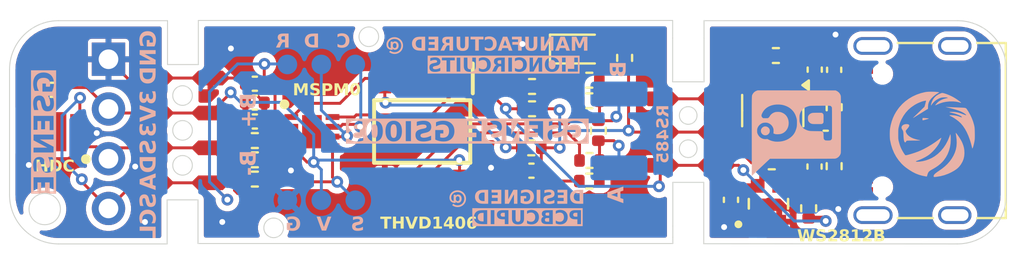
<source format=kicad_pcb>
(kicad_pcb (version 20241229) (generator "pcbnew") (generator_version "9.0")
  (layers (0 "F.Cu" signal) (2 "B.Cu" signal) (13 "F.Paste" user) (15 "B.Paste" user) (5 "F.SilkS" user "F.Silkscreen") (7 "B.SilkS" user "B.Silkscreen") (1 "F.Mask" user) (3 "B.Mask" user) (25 "Edge.Cuts" user))
  (net 0 "")
  (net 1 "GND")
  (net 2 "/SCL {slash}NSRT")
  (net 3 "/SDA")
  (net 6 "/padA")
  (net 7 "/padB")
  (net 8 "/pa27")
  (net 9 "/pa24")
  (net 10 "/SWCLK")
  (net 11 "/SWDIO")
  (net 12 "/cc1")
  (net 13 "/cc2")
  (net 15 "/led")
  (net 20 "/pasB")
  (net 21 "/pasA")
  (net 22 "/rs")
  (net 30 "+3.3V")
  (net 31 "/VBUS")
  (net 32 "Net-(U3-VOUT)")
  (net 33 "Net-(D2-A)")
  (net 34 "Net-(U3-EN)")
  (footprint "Resistor_SMD:R_0402_1005Metric" (layer "F.Cu") (at 152.32 92.79 -90)
    (property "Reference" "R6" (hide yes))
    (property "Value" "5.1k" (hide yes))
  )
  (footprint "Resistor_SMD:R_0402_1005Metric" (layer "F.Cu") (at 122.79 94.492)
    (property "Reference" "R3" (hide yes))
    (property "Value" "4.7K" (hide yes))
  )
  (footprint "Resistor_SMD:R_0402_1005Metric" (layer "F.Cu") (at 149.14 95.58)
    (property "Reference" "R16" (hide yes))
    (property "Value" "0R")
  )
  (footprint "TestPoint:TestPoint_Pad_1.0x1.0mm" (layer "F.Cu") (at 146.305 94.06)
    (property "Reference" "GND" (hide yes))
    (property "Value" "TestPoint_Pad_1.0x1.0mm" (hide yes))
  )
  (footprint "Resistor_SMD:R_0402_1005Metric" (layer "F.Cu") (at 122.79 95.476)
    (property "Reference" "R5" (hide yes))
    (property "Value" "47K" (hide yes))
  )
  (footprint "Fiducial:Fiducial_0.5mm_Mask1mm" (layer "F.Cu") (at 130.62 89.59)
    (property "Reference" "REF**" (hide yes))
    (property "Value" "Fiducial_0.5mm_Mask1mm")
  )
  (footprint "TestPoint:TestPoint_Pad_1.0x1.0mm" (layer "F.Cu") (at 117.68 94.864286)
    (property "Reference" "GND" (hide yes))
    (property "Value" "TestPoint_Pad_1.0x1.0mm" (hide yes))
  )
  (footprint "Capacitor_SMD:C_0402_1005Metric" (layer "F.Cu") (at 136.89 96.03 180)
    (property "Reference" "C7" (hide yes))
    (property "Value" "0.1uF" (hide yes))
  )
  (footprint "Resistor_SMD:R_0402_1005Metric" (layer "F.Cu") (at 152.32 95.8 -90)
    (property "Reference" "R4" (hide yes))
    (property "Value" "5.1k" (hide yes))
  )
  (footprint "LED_SMD:LED_0603_1608Metric" (layer "F.Cu") (at 139.32 89.82)
    (property "Reference" "D2" (hide yes))
    (property "Value" "LED")
  )
  (footprint "TestPoint:TestPoint_Pad_1.0x1.0mm" (layer "F.Cu") (at 120.53 91.3)
    (property "Reference" "GND" (hide yes))
    (property "Value" "TestPoint_Pad_1.0x1.0mm" (hide yes))
  )
  (footprint "Capacitor_SMD:C_0402_1005Metric" (layer "F.Cu") (at 152.32 90.88 90)
    (property "Reference" "C6" (hide yes))
    (property "Value" "0.1uF" (hide yes))
  )
  (footprint "pcp-kicad_lib:MSPM0C1104SDSGR" (layer "F.Cu") (at 125.7 94.04)
    (property "Reference" "U2" (hide yes))
    (property "Value" "MSPM0C1104SDSGR" (hide yes))
  )
  (footprint "TestPoint:TestPoint_Pad_1.0x1.0mm" (layer "F.Cu") (at 117.68 91.3)
    (property "Reference" "GND" (hide yes))
    (property "Value" "TestPoint_Pad_1.0x1.0mm" (hide yes))
  )
  (footprint "Capacitor_SMD:C_0402_1005Metric" (layer "F.Cu") (at 122.79 91.59 180)
    (property "Reference" "C4" (hide yes))
    (property "Value" "10nF" (hide yes))
  )
  (footprint "TestPoint:TestPoint_Pad_1.0x1.0mm" (layer "F.Cu") (at 146.305 92.361667)
    (property "Reference" "GND" (hide yes))
    (property "Value" "TestPoint_Pad_1.0x1.0mm" (hide yes))
  )
  (footprint "TestPoint:TestPoint_Pad_1.0x1.0mm" (layer "F.Cu") (at 143.455 95.758333)
    (property "Reference" "GND" (hide yes))
    (property "Value" "TestPoint_Pad_1.0x1.0mm" (hide yes))
  )
  (footprint "Resistor_SMD:R_0402_1005Metric" (layer "F.Cu") (at 136.92 91.73 180)
    (property "Reference" "R7" (hide yes))
    (property "Value" "4.7k" (hide yes))
  )
  (footprint "Resistor_SMD:R_0402_1005Metric" (layer "F.Cu") (at 139.84 92.46)
    (property "Reference" "R11" (hide yes))
    (property "Value" "100" (hide yes))
  )
  (footprint "Capacitor_SMD:C_0402_1005Metric" (layer "F.Cu") (at 151.32 95.82 -90)
    (property "Reference" "C8" (hide yes))
    (property "Value" "10uf")
  )
  (footprint "pcp-kicad_lib:LED_WS2812-2020" (layer "F.Cu") (at 148.97 97.72 -90)
    (property "Reference" "U1" (hide yes))
    (property "Value" "WS2812-2020")
  )
  (footprint "Resistor_SMD:R_0402_1005Metric" (layer "F.Cu") (at 139.84 91.41)
    (property "Reference" "R14" (hide yes))
    (property "Value" "4.7k" (hide yes))
  )
  (footprint "TestPoint:TestPoint_Pad_1.0x1.0mm" (layer "F.Cu") (at 120.53 93.085714)
    (property "Reference" "GND" (hide yes))
    (property "Value" "TestPoint_Pad_1.0x1.0mm" (hide yes))
  )
  (footprint "Capacitor_SMD:C_0402_1005Metric" (layer "F.Cu") (at 151.89 94.35)
    (property "Reference" "C9" (hide yes))
    (property "Value" "10uf")
  )
  (footprint "Capacitor_SMD:C_0402_1005Metric" (layer "F.Cu") (at 147.06 97.52 -90)
    (property "Reference" "C2" (hide yes))
    (property "Value" "0.1uF" (hide yes))
  )
  (footprint "Resistor_SMD:R_0402_1005Metric" (layer "F.Cu") (at 139.85 95.51)
    (property "Reference" "R10" (hide yes))
    (property "Value" "100" (hide yes))
  )
  (footprint "Resistor_SMD:R_0402_1005Metric" (layer "F.Cu") (at 140.3 93.99 -90)
    (property "Reference" "R13" (hide yes))
    (property "Value" "120E" (hide yes))
  )
  (footprint "Resistor_SMD:R_0402_1005Metric" (layer "F.Cu") (at 122.79 96.46)
    (property "Reference" "R2" (hide yes))
    (property "Value" "4.7K" (hide yes))
  )
  (footprint "Package_TO_SOT_SMD:SOT-23-5" (layer "F.Cu") (at 149.19 92.9625 -90)
    (property "Reference" "U3" (hide yes))
    (property "Value" "AP2112K-3.3v")
  )
  (footprint "TestPoint:TestPoint_Pad_1.0x1.0mm" (layer "F.Cu") (at 143.455 94.06)
    (property "Reference" "GND" (hide yes))
    (property "Value" "TestPoint_Pad_1.0x1.0mm" (hide yes))
  )
  (footprint "TestPoint:TestPoint_Pad_1.0x1.0mm" (layer "F.Cu") (at 146.305 95.758333)
    (property "Reference" "GND" (hide yes))
    (property "Value" "TestPoint_Pad_1.0x1.0mm" (hide yes))
  )
  (footprint "Resistor_SMD:R_0402_1005Metric" (layer "F.Cu") (at 149.35 90.15 180)
    (property "Reference" "R15" (hide yes))
    (property "Value" "100K")
  )
  (footprint "Capacitor_SMD:C_0402_1005Metric" (layer "F.Cu") (at 122.79 92.554)
    (property "Reference" "C5" (hide yes))
    (property "Value" "10uF" (hide yes))
  )
  (footprint "Capacitor_SMD:C_0402_1005Metric" (layer "F.Cu") (at 112.49 91.9 180)
    (property "Reference" "C1" (hide yes))
    (property "Value" "0.1uF" (hide yes))
  )
  (footprint "TestPoint:TestPoint_Pad_1.0x1.0mm" (layer "F.Cu") (at 117.68 93.085714)
    (property "Reference" "GND" (hide yes))
    (property "Value" "TestPoint_Pad_1.0x1.0mm" (hide yes))
  )
  (footprint "Capacitor_SMD:C_0402_1005Metric" (layer "F.Cu") (at 151.33 90.87 90)
    (property "Reference" "C10" (hide yes))
    (property "Value" "10uf")
  )
  (footprint "pcp-kicad_lib:THVD1426DR" (layer "F.Cu") (at 131.32 94.03 -90)
    (property "Reference" "IC2" (hide yes))
    (property "Value" "THVD1426DR" (hide yes))
  )
  (footprint "Capacitor_SMD:C_0402_1005Metric" (layer "F.Cu") (at 122.79 93.518)
    (property "Reference" "C3" (hide yes))
    (property "Value" "0.1uF" (hide yes))
  )
  (footprint "" (layer "F.Cu") (at 140.21 98.08)
    (property "Reference" "")
    (property "Value" "")
  )
  (footprint "TestPoint:TestPoint_Pad_1.0x1.0mm" (layer "F.Cu") (at 120.53 96.65)
    (property "Reference" "GND" (hide yes))
    (property "Value" "TestPoint_Pad_1.0x1.0mm" (hide yes))
  )
  (footprint "Resistor_SMD:R_0402_1005Metric" (layer "F.Cu") (at 151.02 97.95 90)
    (property "Reference" "R1" (hide yes))
    (property "Value" "220R" (hide yes))
  )
  (footprint "TestPoint:TestPoint_Pad_1.0x1.0mm" (layer "F.Cu") (at 143.455 92.361667)
    (property "Reference" "GND" (hide yes))
    (property "Value" "TestPoint_Pad_1.0x1.0mm" (hide yes))
  )
  (footprint "Resistor_SMD:R_0402_1005Metric" (layer "F.Cu") (at 139.84 96.56 180)
    (property "Reference" "R12" (hide yes))
    (property "Value" "4.7k" (hide yes))
  )
  (footprint "Connector_USB:USB_C_Receptacle_Palconn_UTC16-G" (layer "F.Cu") (at 156.23 93.98 90)
    (property "Reference" "J7" (hide yes))
    (property "Value" "USB_C_Receptacle_USB2.0_16P" (hide yes))
  )
  (footprint "pcp-kicad_lib:HDC3020DEFR" (layer "F.Cu") (at 112.53 94.04 180)
    (property "Reference" "IC1" (hide yes))
    (property "Value" "HDC3020DEFR" (hide yes))
  )
  (footprint "Resistor_SMD:R_0402_1005Metric" (layer "F.Cu") (at 136.92 92.87 180)
    (property "Reference" "R9" (hide yes))
    (property "Value" "4.7k" (hide yes))
  )
  (footprint "TestPoint:TestPoint_Pad_1.0x1.0mm" (layer "F.Cu") (at 117.68 96.65)
    (property "Reference" "GND" (hide yes))
    (property "Value" "TestPoint_Pad_1.0x1.0mm" (hide yes))
  )
  (footprint "Resistor_SMD:R_0402_1005Metric" (layer "F.Cu") (at 136.88 94.863333)
    (property "Reference" "R8" (hide yes))
    (property "Value" "4.7k" (hide yes))
  )
  (footprint "Resistor_SMD:R_0402_1005Metric" (layer "F.Cu") (at 141.64 90.27 -90)
    (property "Reference" "R17" (hide yes))
    (property "Value" "4.7k")
  )
  (footprint "TestPoint:TestPoint_Pad_1.0x1.0mm" (layer "F.Cu") (at 120.53 94.864286)
    (property "Reference" "GND" (hide yes))
    (property "Value" "TestPoint_Pad_1.0x1.0mm" (hide yes))
  )
  (footprint "Hardware_Hackathon_1.0:Lion_circuits_Logo" (layer "B.Cu") (at 157.33 94.16 180)
    (property "Reference" "Lion_circuits-1" (hide yes))
    (property "Value" "LOGO" (hide yes))
  )
  (footprint "TestPoint:TestPoint_Pad_D1.0mm" (layer "B.Cu") (at 127.91102 97.54 180)
    (property "Reference" "J6" (hide yes))
    (property "Value" "0950-0-15-20-64-14-11-0")
  )
  (footprint "TestPoint:TestPoint_Pad_D1.0mm" (layer "B.Cu") (at 126.18 97.54 180)
    (property "Reference" "J1" (hide yes))
    (property "Value" "0950-0-15-20-64-14-11-0")
  )
  (footprint "Connector_PinHeader_2.54mm:PinHeader_1x04_P2.54mm_Vertical" (layer "B.Cu") (at 115.33 90.34 180)
    (property "Reference" "J9" (hide yes))
    (property "Value" "Conn_01x04" (hide yes))
  )
  (footprint "Hardware_Hackathon_1.0:PCB_CUBID" (layer "B.Cu") (at 150.205394 94.148764 180)
    (property "Reference" "PCB_CUBID-1" (hide yes))
    (property "Value" "LOGO" (hide yes))
  )
  (footprint "conn_1_2:conn_1_2" (layer "B.Cu") (at 141.32 93.9755 180)
    (property "Reference" "J8" (hide yes))
    (property "Value" "Conn_01x02_Pin" (hide yes))
  )
  (footprint "TestPoint:TestPoint_Pad_D1.0mm" (layer "B.Cu") (at 127.91102 90.6058 180)
    (property "Reference" "J5" (hide yes))
    (property "Value" "0950-0-15-20-64-14-11-0")
  )
  (footprint "TestPoint:TestPoint_Pad_D1.0mm" (layer "B.Cu") (at 126.18 90.6058 180)
    (property "Reference" "J3" (hide yes))
    (property "Value" "0950-0-15-20-64-14-11-0")
  )
  (footprint "TestPoint:TestPoint_Pad_D1.0mm" (layer "B.Cu") (at 124.44898 97.54 180)
    (property "Reference" "J4" (hide yes))
    (property "Value" "0950-0-15-20-64-14-11-0")
  )
  (footprint "TestPoint:TestPoint_Pad_D1.0mm" (layer "B.Cu") (at 124.44898 90.6058 180)
    (property "Reference" "J2" (hide yes))
    (property "Value" "0950-0-15-20-64-14-11-0")
  )
  (gr_circle (center 119.105 93.971429) (end 119.605 93.971429) (stroke (width 0.05)) (fill no) (layer "Edge.Cuts"))
  (gr_arc (start 158.6034 88.37) (mid 160.371239 89.102249) (end 161.1035 90.8701) (stroke (width 0.05)) (layer "Edge.Cuts"))
  (gr_line (start 144.095 98.8575) (end 144.095 99.429167) (stroke (width 0.05)) (layer "Edge.Cuts"))
  (gr_line (start 144.095 96.6275) (end 145.6725 96.6275) (stroke (width 0.05)) (layer "Edge.Cuts"))
  (gr_line (start 119.8925 99.75) (end 119.8925 97.52) (stroke (width 0.05)) (layer "Edge.Cuts"))
  (gr_line (start 110.2865 97.27) (end 110.2865 90.87) (stroke (width 0.05)) (layer "Edge.Cuts"))
  (gr_circle (center 128.6 89.19) (end 129.1 89.19) (stroke (width 0.05)) (fill no) (layer "Edge.Cuts"))
  (gr_line (start 144.095 98.8575) (end 144.095 96.6275) (stroke (width 0.05)) (layer "Edge.Cuts"))
  (gr_circle (center 119.105 95.757143) (end 119.605 95.757143) (stroke (width 0.05)) (fill no) (layer "Edge.Cuts"))
  (gr_arc (start 161.1035 97.27) (mid 160.371273 99.03779) (end 158.601567 99.769999) (stroke (width 0.05)) (layer "Edge.Cuts"))
  (gr_line (start 145.6875 89.2625) (end 145.6875 88.37) (stroke (width 0.05)) (layer "Edge.Cuts"))
  (gr_line (start 145.6875 89.2625) (end 145.6875 91.4925) (stroke (width 0.05)) (layer "Edge.Cuts"))
  (gr_circle (center 144.88 93.210833) (end 145.33 93.210833) (stroke (width 0.05)) (fill no) (layer "Edge.Cuts"))
  (gr_line (start 158.6034 88.37) (end 145.6875 88.37) (stroke (width 0.05)) (layer "Edge.Cuts"))
  (gr_line (start 161.1035 90.8701) (end 161.1035 97.27) (stroke (width 0.05)) (layer "Edge.Cuts"))
  (gr_circle (center 119.105 92.192857) (end 119.605 92.192857) (stroke (width 0.05)) (fill no) (layer "Edge.Cuts"))
  (gr_line (start 118.34 88.37) (end 118.34 90.61) (stroke (width 0.05)) (layer "Edge.Cuts"))
  (gr_circle (center 144.88 94.909167) (end 145.33 94.909167) (stroke (width 0.05)) (fill no) (layer "Edge.Cuts"))
  (gr_circle (center 123.748885 98.950341) (end 124.248885 98.950341) (stroke (width 0.05)) (fill no) (layer "Edge.Cuts"))
  (gr_line (start 119.8925 97.52) (end 118.32 97.52) (stroke (width 0.05)) (layer "Edge.Cuts"))
  (gr_line (start 145.6875 91.4925) (end 144.0875 91.4925) (stroke (width 0.05)) (layer "Edge.Cuts"))
  (gr_circle (center 112.08 97.99) (end 112.88 97.99) (stroke (width 0.05)) (fill no) (layer "Edge.Cuts"))
  (gr_line (start 112.7865 88.37) (end 118.34 88.37) (stroke (width 0.05)) (layer "Edge.Cuts"))
  (gr_line (start 144.0875 88.36) (end 119.91 88.36) (stroke (width 0.05)) (layer "Edge.Cuts"))
  (gr_line (start 144.095 99.429167) (end 144.095 99.75) (stroke (width 0.05)) (layer "Edge.Cuts"))
  (gr_line (start 119.91 90.61) (end 118.34 90.61) (stroke (width 0.05)) (layer "Edge.Cuts"))
  (gr_line (start 119.8925 99.75) (end 144.095 99.75) (stroke (width 0.05)) (layer "Edge.Cuts"))
  (gr_line (start 145.6725 99.76) (end 158.601567 99.769999) (stroke (width 0.05)) (layer "Edge.Cuts"))
  (gr_line (start 145.6725 99.76) (end 145.6725 96.6275) (stroke (width 0.05)) (layer "Edge.Cuts"))
  (gr_line (start 144.0875 89.2625) (end 144.0875 91.4925) (stroke (width 0.05)) (layer "Edge.Cuts"))
  (gr_line (start 118.32 99.77) (end 118.32 97.52) (stroke (width 0.05)) (layer "Edge.Cuts"))
  (gr_line (start 119.91 90.61) (end 119.91 88.36) (stroke (width 0.05)) (layer "Edge.Cuts"))
  (gr_arc (start 112.7865 99.77) (mid 111.018734 99.037766) (end 110.2865 97.27) (stroke (width 0.05)) (layer "Edge.Cuts"))
  (gr_line (start 112.7865 99.77) (end 118.32 99.77) (stroke (width 0.05)) (layer "Edge.Cuts"))
  (gr_line (start 144.0875 89.2625) (end 144.0875 88.36) (stroke (width 0.05)) (layer "Edge.Cuts"))
  (gr_arc (start 110.2865 90.87) (mid 111.018733 89.102232) (end 112.7865 88.37) (stroke (width 0.05)) (layer "Edge.Cuts"))
  (gr_text "THVD1406" (at 129.18 99.09 0) (layer "F.SilkS") (effects (font (size 0.6 0.6) (thickness 0.12) (bold yes)) (justify left bottom)))
  (gr_text "HDC" (at 111.59 96.18 0) (layer "F.SilkS") (effects (font (size 0.6 0.6) (thickness 0.12) (bold yes)) (justify left bottom)))
  (gr_text "MSPM0" (at 124.72 92.28 0) (layer "F.SilkS") (effects (font (size 0.6 0.6) (thickness 0.12) (bold yes)) (justify left bottom)))
  (gr_text "WS2812B" (at 150.43 99.74 0) (layer "F.SilkS") (effects (font (size 0.6 0.6) (thickness 0.12) (bold yes)) (justify left bottom)))
  (gr_text "LIONCIRCUITS" (at 135.48 91.09 0) (layer "B.SilkS" knockout) (effects (font (size 0.7 0.7) (thickness 0.175) (bold yes)) (justify bottom mirror)))
  (gr_text "S" (at 128.38 99.21 0) (layer "B.SilkS") (effects (font (size 0.7 0.7) (thickness 0.175) (bold yes)) (justify left bottom mirror)))
  (gr_text "RS485" (at 143.97 92.66 90) (layer "B.SilkS") (effects (font (size 0.6 0.6) (thickness 0.12) (bold yes)) (justify left bottom mirror)))
  (gr_text "SDA" (at 117.87 94.425431 90) (layer "B.SilkS") (effects (font (size 0.8 0.8) (thickness 0.2) (bold yes)) (justify left bottom mirror)))
  (gr_text "B" (at 141.83 90.43 90) (layer "B.SilkS") (effects (font (size 0.8 0.8) (thickness 0.16) (bold yes)) (justify left bottom mirror)))
  (gr_text "G" (at 125.15 99.21 0) (layer "B.SilkS") (effects (font (size 0.7 0.7) (thickness 0.175) (bold yes)) (justify left bottom mirror)))
  (gr_text "A" (at 141.71 96.83 90) (layer "B.SilkS") (effects (font (size 0.8 0.8) (thickness 0.16) (bold yes)) (justify left bottom mirror)))
  (gr_text "DESIGNED @" (at 136.13 97.84 0) (layer "B.SilkS") (effects (font (size 0.7 0.7) (thickness 0.175) (bold yes)) (justify bottom mirror)))
  (gr_text "MANUFACTURED @" (at 134.63 90.02 0) (layer "B.SilkS") (effects (font (size 0.7 0.7) (thickness 0.175) (bold yes)) (justify bottom mirror)))
  (gr_text "GSENSE" (at 112.7 94.07 90) (layer "B.SilkS" knockout) (effects (font (size 1 1) (thickness 0.2) (bold yes)) (justify bottom mirror)))
  (gr_text "V" (at 126.692509 99.21 0) (layer "B.SilkS") (effects (font (size 0.7 0.7) (thickness 0.175) (bold yes)) (justify left bottom mirror)))
  (gr_text "3V3" (at 117.87 91.899544 90) (layer "B.SilkS") (effects (font (size 0.8 0.8) (thickness 0.2) (bold yes)) (justify left bottom mirror)))
  (gr_text "B-" (at 122.97 94.98 90) (layer "B.SilkS") (effects (font (size 0.8 0.8) (thickness 0.2) (bold yes)) (justify left bottom mirror)))
  (gr_text "GSENSE GSI003" (at 133.6 94.689959 0) (layer "B.SilkS" knockout) (effects (font (size 1 1) (thickness 0.2) (bold yes)) (justify bottom mirror)))
  (gr_text "C" (at 127.66 89.86 0) (layer "B.SilkS") (effects (font (size 0.7 0.7) (thickness 0.175) (bold yes)) (justify left bottom mirror)))
  (gr_text "SCL" (at 117.87 97.16 90) (layer "B.SilkS") (effects (font (size 0.8 0.8) (thickness 0.2) (bold yes)) (justify left bottom mirror)))
  (gr_text "B+" (at 122.97 92.06 90) (layer "B.SilkS") (effects (font (size 0.8 0.8) (thickness 0.2) (bold yes)) (justify left bottom mirror)))
  (gr_text "PCBCUPID" (at 136.707564 98.88 0) (layer "B.SilkS" knockout) (effects (font (size 0.7 0.7) (thickness 0.175) (bold yes)) (justify bottom mirror)))
  (gr_text "D" (at 126.100593 89.86 0) (layer "B.SilkS") (effects (font (size 0.7 0.7) (thickness 0.175) (bold yes)) (justify left bottom mirror)))
  (gr_text "GND" (at 117.87 88.85 90) (layer "B.SilkS") (effects (font (size 0.8 0.8) (thickness 0.2) (bold yes)) (justify left bottom mirror)))
  (gr_text "R" (at 124.6 89.86 0) (layer "B.SilkS") (effects (font (size 0.7 0.7) (thickness 0.175) (bold yes)) (justify left bottom mirror)))
  (segment (start 116.365714 91.375714) (end 115.33 90.34) (width 0.15) (layer "F.Cu") (net 1))
  (segment (start 123.27 92.55) (end 122.31 91.59) (width 0.15) (layer "F.Cu") (net 1))
  (segment (start 114.53 94.31) (end 113.78 94.31) (width 0.15) (layer "F.Cu") (net 1))
  (segment (start 114.73 94.11) (end 114.53 94.31) (width 0.15) (layer "F.Cu") (net 1))
  (segment (start 124.6967 94.29) (end 124.24 94.29) (width 0.15) (layer "F.Cu") (net 1))
  (segment (start 146.305 92.361667) (end 143.455 92.361667) (width 0.15) (layer "F.Cu") (net 1))
  (segment (start 124.24 94.29) (end 124.03 94.5) (width 0.15) (layer "F.Cu") (net 1))
  (segment (start 111.28 94.81) (end 111.28 94.31) (width 0.3) (layer "F.Cu") (net 1))
  (segment (start 152.7 90.78) (end 152.32 90.4) (width 0.254) (layer "F.Cu") (net 1))
  (segment (start 153.72 90.78) (end 152.7 90.78) (width 0.254) (layer "F.Cu") (net 1))
  (segment (start 117.68 91.375714) (end 116.365714 91.375714) (width 0.15) (layer "F.Cu") (net 1))
  (segment (start 124.03 95.42) (end 124.63 96.02) (width 0.15) (layer "F.Cu") (net 1))
  (segment (start 117.68 91.3) (end 120.53 91.3) (width 0.15) (layer "F.Cu") (net 1))
  (segment (start 111.27 95.74) (end 111.27 94.82) (width 0.3) (layer "F.Cu") (net 1))
  (segment (start 124.03 94.5) (end 124.03 95.42) (width 0.15) (layer "F.Cu") (net 1))
  (segment (start 120.53 91.3) (end 122.02 91.3) (width 0.15) (layer "F.Cu") (net 1))
  (segment (start 123.27 93.518) (end 123.27 92.554) (width 0.15) (layer "F.Cu") (net 1))
  (segment (start 111.27 94.82) (end 111.28 94.81) (width 0.3) (layer "F.Cu") (net 1))
  (segment (start 122.02 91.3) (end 122.31 91.59) (width 0.15) (layer "F.Cu") (net 1))
  (via (at 136.43 89.56) (size 0.6) (drill 0.3) (layers "F.Cu" "B.Cu") (net 1))
  (via (at 111.27 95.74) (size 0.6) (drill 0.3) (layers "F.Cu" "B.Cu") (net 1))
  (via (at 121.13 98.65) (size 0.6) (drill 0.3) (layers "F.Cu" "B.Cu") (net 1))
  (via (at 152.39 89.08) (size 0.6) (drill 0.3) (layers "F.Cu" "B.Cu") (net 1))
  (via (at 114.73 94.11) (size 0.6) (drill 0.3) (layers "F.Cu" "B.Cu") (net 1))
  (via (at 116.69 95.82) (size 0.6) (drill 0.3) (layers "F.Cu" "B.Cu") (net 1))
  (via (at 146.71 98.91) (size 0.6) (drill 0.3) (layers "F.Cu" "B.Cu") (net 1))
  (via (at 117.19 98.65) (size 0.6) (drill 0.3) (layers "F.Cu" "B.Cu") (net 1))
  (via (at 124.63 96.02) (size 0.6) (drill 0.3) (layers "F.Cu" "B.Cu") (net 1))
  (via (at 152.53 97.99) (size 0.6) (drill 0.3) (layers "F.Cu" "B.Cu") (net 1))
  (via (at 121.57 89.79) (size 0.6) (drill 0.3) (layers "F.Cu" "B.Cu") (net 1))
  (via (at 134.83 95.88) (size 0.6) (drill 0.3) (layers "F.Cu" "B.Cu") (net 1))
  (segment (start 123.27 90.59) (end 123.28 90.58) (width 0.15) (layer "F.Cu") (net 2))
  (segment (start 124.6967 93.79) (end 124.002 93.79) (width 0.15) (layer "F.Cu") (net 2))
  (segment (start 113.87 92.32) (end 113.88 92.31) (width 0.15) (layer "F.Cu") (net 2))
  (segment (start 120.53 96.65) (end 121.39 97.51) (width 0.15) (layer "F.Cu") (net 2))
  (segment (start 116.564286 96.725714) (end 115.33 97.96) (width 0.15) (layer "F.Cu") (net 2))
  (segment (start 124.6967 93.79) (end 124.1711 93.79) (width 0.15) (layer "F.Cu") (net 2))
  (segment (start 120.53 96.65) (end 117.68 96.65) (width 0.15) (layer "F.Cu") (net 2))
  (segment (start 123.3 95.476) (end 123.3 94.492) (width 0.15) (layer "F.Cu") (net 2))
  (segment (start 113.97 96.47) (end 113.97 96.6) (width 0.15) (layer "F.Cu") (net 2))
  (segment (start 124.002 93.79) (end 123.3 94.492) (width 0.15) (layer "F.Cu") (net 2))
  (segment (start 117.68 96.725714) (end 116.564286 96.725714) (width 0.15) (layer "F.Cu") (net 2))
  (segment (start 124.1711 93.79) (end 123.82 93.4389) (width 0.15) (layer "F.Cu") (net 2))
  (segment (start 123.27 91.59) (end 123.27 90.59) (width 0.15) (layer "F.Cu") (net 2))
  (segment (start 123.27 91.59) (end 123.82 92.14) (width 0.15) (layer "F.Cu") (net 2))
  (segment (start 123.82 92.14) (end 123.82 93.4389) (width 0.15) (layer "F.Cu") (net 2))
  (segment (start 113.87 93.22) (end 113.87 92.32) (width 0.15) (layer "F.Cu") (net 2))
  (segment (start 113.97 96.6) (end 115.33 97.96) (width 0.15) (layer "F.Cu") (net 2))
  (via (at 113.97 96.47) (size 0.6) (drill 0.3) (layers "F.Cu" "B.Cu") (net 2))
  (via (at 121.39 97.51) (size 0.6) (drill 0.3) (layers "F.Cu" "B.Cu") (net 2))
  (via (at 113.88 92.31) (size 0.6) (drill 0.3) (layers "F.Cu" "B.Cu") (net 2))
  (via (at 123.28 90.58) (size 0.6) (drill 0.3) (layers "F.Cu" "B.Cu") (net 2))
  (segment (start 112.96 95.51) (end 112.96 93.23) (width 0.15) (layer "B.Cu") (net 2))
  (segment (start 121.91 90.58) (end 120.48 92.01) (width 0.15) (layer "B.Cu") (net 2))
  (segment (start 120.48 92.01) (end 120.48 96.6) (width 0.15) (layer "B.Cu") (net 2))
  (segment (start 112.96 93.23) (end 113.88 92.31) (width 0.15) (layer "B.Cu") (net 2))
  (segment (start 113.94 96.47) (end 112.98 95.51) (width 0.15) (layer "B.Cu") (net 2))
  (segment (start 123.28 90.58) (end 124.42318 90.58) (width 0.15) (layer "B.Cu") (net 2))
  (segment (start 112.98 95.51) (end 112.96 95.51) (width 0.15) (layer "B.Cu") (net 2))
  (segment (start 123.28 90.58) (end 121.91 90.58) (width 0.15) (layer "B.Cu") (net 2))
  (segment (start 120.48 96.6) (end 121.39 97.51) (width 0.15) (layer "B.Cu") (net 2))
  (segment (start 113.97 96.47) (end 113.94 96.47) (width 0.15) (layer "B.Cu") (net 2))
  (segment (start 114.72 94.81) (end 113.78 94.81) (width 0.15) (layer "F.Cu") (net 3))
  (segment (start 123.3 96.76) (end 122.87 97.19) (width 0.15) (layer "F.Cu") (net 3))
  (segment (start 126.75 96.36) (end 126.99 96.6) (width 0.15) (layer "F.Cu") (net 3))
  (segment (start 126.75 94.79) (end 126.75 96.36) (width 0.15) (layer "F.Cu") (net 3))
  (segment (start 122.87 97.19) (end 121.91 97.19) (width 0.15) (layer "F.Cu") (net 3))
  (segment (start 120.53 94.864286) (end 117.68 94.864286) (width 0.15) (layer "F.Cu") (net 3))
  (segment (start 121.91 97.19) (end 121.756 97.036) (width 0.15) (layer "F.Cu") (net 3))
  (segment (start 123.44 96.6) (end 126.99 96.6) (width 0.15) (layer "F.Cu") (net 3))
  (segment (start 117.68 94.864286) (end 115.885714 94.864286) (width 0.15) (layer "F.Cu") (net 3))
  (segment (start 121.756 96.090286) (end 120.53 94.864286) (width 0.15) (layer "F.Cu") (net 3))
  (segment (start 123.3 96.46) (end 123.3 96.76) (width 0.15) (layer "F.Cu") (net 3))
  (segment (start 115.885714 94.864286) (end 115.33 95.42) (width 0.15) (layer "F.Cu") (net 3))
  (segment (start 121.756 97.036) (end 121.756 96.090286) (width 0.15) (layer "F.Cu") (net 3))
  (segment (start 115.33 95.42) (end 114.72 94.81) (width 0.15) (layer "F.Cu") (net 3))
  (via (at 126.99 96.6) (size 0.6) (drill 0.3) (layers "F.Cu" "B.Cu") (net 3))
  (segment (start 126.99 96.61898) (end 126.99 96.6) (width 0.15) (layer "B.Cu") (net 3))
  (segment (start 127.91102 97.54) (end 126.99 96.61898) (width 0.15) (layer "B.Cu") (net 3))
  (segment (start 139.34 95.51) (end 139.34 94.69) (width 0.15) (layer "F.Cu") (net 6))
  (segment (start 131.955 96.001123) (end 131.955 96.741) (width 0.15) (layer "F.Cu") (net 6))
  (segment (start 133.856123 94.1) (end 131.955 96.001123) (width 0.15) (layer "F.Cu") (net 6))
  (segment (start 138.75 94.1) (end 133.856123 94.1) (width 0.15) (layer "F.Cu") (net 6))
  (segment (start 139.34 94.69) (end 138.75 94.1) (width 0.15) (layer "F.Cu") (net 6))
  (segment (start 139.33 92.46) (end 139.33 93.05) (width 0.15) (layer "F.Cu") (net 7))
  (segment (start 138.74 93.64) (end 133.347 93.64) (width 0.15) (layer "F.Cu") (net 7))
  (segment (start 139.33 93.05) (end 138.74 93.64) (width 0.15) (layer "F.Cu") (net 7))
  (segment (start 133.347 93.64) (end 130.685 96.302) (width 0.15) (layer "F.Cu") (net 7))
  (segment (start 136.37 94.863333) (end 135.603333 94.863333) (width 0.15) (layer "F.Cu") (net 8))
  (segment (start 128.401 91.319) (end 129.415 91.319) (width 0.15) (layer "F.Cu") (net 8))
  (segment (start 129.415 91.319) (end 129.415 92.522674) (width 0.15) (layer "F.Cu") (net 8))
  (segment (start 129.415 92.522674) (end 129.45 92.557674) (width 0.15) (layer "F.Cu") (net 8))
  (segment (start 124.6967 93.289999) (end 125.396699 92.59) (width 0.15) (layer "F.Cu") (net 8))
  (segment (start 127.13 92.59) (end 128.401 91.319) (width 0.15) (layer "F.Cu") (net 8))
  (segment (start 135.603333 94.863333) (end 135.58 94.84) (width 0.15) (layer "F.Cu") (net 8))
  (segment (start 125.396699 92.59) (end 127.13 92.59) (width 0.15) (layer "F.Cu") (net 8))
  (via (at 135.58 94.84) (size 0.6) (drill 0.3) (layers "F.Cu" "B.Cu") (net 8))
  (via (at 129.45 92.557674) (size 0.6) (drill 0.3) (layers "F.Cu" "B.Cu") (net 8))
  (segment (start 133.42 92.68) (end 129.572326 92.68) (width 0.15) (layer "B.Cu") (net 8))
  (segment (start 135.58 94.84) (end 133.42 92.68) (width 0.15) (layer "B.Cu") (net 8))
  (segment (start 129.572326 92.68) (end 129.45 92.557674) (width 0.15) (layer "B.Cu") (net 8))
  (segment (start 147.448333 95.758333) (end 147.69 96) (width 0.15) (layer "F.Cu") (net 9))
  (segment (start 146.305 95.758333) (end 147.448333 95.758333) (width 0.15) (layer "F.Cu") (net 9))
  (segment (start 131.800326 93.182674) (end 133.225 91.758) (width 0.15) (layer "F.Cu") (net 9))
  (segment (start 127.859498 93.289999) (end 127.966823 93.182674) (width 0.15) (layer "F.Cu") (net 9))
  (segment (start 126.7033 93.289999) (end 127.859498 93.289999) (width 0.15) (layer "F.Cu") (net 9))
  (segment (start 127.966823 93.182674) (end 131.800326 93.182674) (width 0.15) (layer "F.Cu") (net 9))
  (segment (start 151.75 98.46) (end 151.89 98.6) (width 0.254) (layer "F.Cu") (net 9))
  (segment (start 135.58 92.86) (end 134.039 91.319) (width 0.15) (layer "F.Cu") (net 9))
  (segment (start 143.455 95.758333) (end 143.455 96.765) (width 0.15) (layer "F.Cu") (net 9))
  (segment (start 143.455 96.765) (end 143.39 96.83) (width 0.15) (layer "F.Cu") (net 9))
  (segment (start 151.02 98.46) (end 151.75 98.46) (width 0.254) (layer "F.Cu") (net 9))
  (segment (start 136.41 92.87) (end 135.59 92.87) (width 0.15) (layer "F.Cu") (net 9))
  (segment (start 135.59 92.87) (end 135.58 92.86) (width 0.15) (layer "F.Cu") (net 9))
  (segment (start 134.039 91.319) (end 133.225 91.319) (width 0.15) (layer "F.Cu") (net 9))
  (segment (start 146.305 95.758333) (end 143.455 95.758333) (width 0.15) (layer "F.Cu") (net 9))
  (via (at 135.58 92.86) (size 0.6) (drill 0.3) (layers "F.Cu" "B.Cu") (net 9))
  (via (at 151.89 98.6) (size 0.6) (drill 0.3) (layers "F.Cu" "B.Cu") (net 9))
  (via (at 143.39 96.83) (size 0.6) (drill 0.3) (layers "F.Cu" "B.Cu") (net 9))
  (via (at 147.69 96) (size 0.6) (drill 0.3) (layers "F.Cu" "B.Cu") (net 9))
  (segment (start 150.29 98.6) (end 151.89 98.6) (width 0.15) (layer "B.Cu") (net 9))
  (segment (start 143.39 96.83) (end 139.31 96.83) (width 0.15) (layer "B.Cu") (net 9))
  (segment (start 135.58 93.1) (end 135.58 92.86) (width 0.15) (layer "B.Cu") (net 9))
  (segment (start 139.31 96.83) (end 135.58 93.1) (width 0.15) (layer "B.Cu") (net 9))
  (segment (start 147.69 96) (end 150.29 98.6) (width 0.15) (layer "B.Cu") (net 9))
  (segment (start 127.161758 93.772655) (end 127.267199 93.667214) (width 0.15) (layer "F.Cu") (net 10))
  (segment (start 126.720645 93.772655) (end 127.161758 93.772655) (width 0.15) (layer "F.Cu") (net 10))
  (segment (start 127.267199 93.667214) (end 128.040932 93.667214) (width 0.15) (layer "F.Cu") (net 10))
  (segment (start 128.040932 93.667214) (end 128.151859 93.778141) (width 0.15) (layer "F.Cu") (net 10))
  (via (at 128.151859 93.778141) (size 0.6) (drill 0.3) (layers "F.Cu" "B.Cu") (net 10))
  (segment (start 128.19 90.88478) (end 128.19 93.74) (width 0.15) (layer "B.Cu") (net 10))
  (segment (start 128.19 93.74) (end 128.151859 93.778141) (width 0.15) (layer "B.Cu") (net 10))
  (segment (start 126.711955 94.298655) (end 127.448738 94.298655) (width 0.15) (layer "F.Cu") (net 11))
  (segment (start 127.448738 94.298655) (end 127.492589 94.254804) (width 0.15) (layer "F.Cu") (net 11))
  (via (at 127.492589 94.254804) (size 0.6) (drill 0.3) (layers "F.Cu" "B.Cu") (net 11))
  (segment (start 126.18 92.942215) (end 127.492589 94.254804) (width 0.15) (layer "B.Cu") (net 11))
  (segment (start 126.18 90.6058) (end 126.18 92.942215) (width 0.15) (layer "B.Cu") (net 11))
  (segment (start 153.72 95.23) (end 152.38 95.23) (width 0.254) (layer "F.Cu") (net 12))
  (segment (start 153.72 92.23) (end 152.37 92.23) (width 0.254) (layer "F.Cu") (net 13))
  (segment (start 151.02 97.44) (end 150.155 97.44) (width 0.254) (layer "F.Cu") (net 15))
  (segment (start 150.155 97.44) (end 149.52 96.805) (width 0.254) (layer "F.Cu") (net 15))
  (segment (start 140.36 93.42) (end 140.36 92.47) (width 0.15) (layer "F.Cu") (net 20))
  (segment (start 140.35 91.41) (end 140.35 92.46) (width 0.15) (layer "F.Cu") (net 20))
  (segment (start 140.3 93.48) (end 141.005 93.48) (width 0.15) (layer "F.Cu") (net 20))
  (segment (start 141.005 93.48) (end 141.215 93.27) (width 0.15) (layer "F.Cu") (net 20))
  (via (at 141.215 93.27) (size 0.6) (drill 0.3) (layers "F.Cu" "B.Cu") (net 20))
  (segment (start 141.35 93.135) (end 141.215 93.27) (width 0.15) (layer "B.Cu") (net 20))
  (segment (start 141.35 92.1155) (end 141.35 93.135) (width 0.15) (layer "B.Cu") (net 20))
  (segment (start 141.09 94.5) (end 141.34 94.75) (width 0.15) (layer "F.Cu") (net 21))
  (segment (start 140.3 94.5) (end 141.09 94.5) (width 0.15) (layer "F.Cu") (net 21))
  (segment (start 140.36 96.55) (end 140.36 95.51) (width 0.15) (layer "F.Cu") (net 21))
  (segment (start 140.36 95.51) (end 140.36 94.56) (width 0.15) (layer "F.Cu") (net 21))
  (via (at 141.34 94.75) (size 0.6) (drill 0.3) (layers "F.Cu" "B.Cu") (net 21))
  (segment (start 141.35 94.76) (end 141.34 94.75) (width 0.15) (layer "B.Cu") (net 21))
  (segment (start 141.35 95.8865) (end 141.35 94.76) (width 0.15) (layer "B.Cu") (net 21))
  (segment (start 135.009 90.329) (end 132.506 90.329) (width 0.15) (layer "F.Cu") (net 22))
  (segment (start 136.41 91.73) (end 135.009 90.329) (width 0.15) (layer "F.Cu") (net 22))
  (segment (start 132.506 90.329) (end 131.955 90.88) (width 0.15) (layer "F.Cu") (net 22))
  (segment (start 131.955 91.319) (end 130.685 91.319) (width 0.15) (layer "F.Cu") (net 22))
  (segment (start 112.97 92.12) (end 112.326 92.764) (width 0.15) (layer "F.Cu") (net 30))
  (segment (start 148.63 95.58) (end 148.14 95.58) (width 0.254) (layer "F.Cu") (net 30))
  (segment (start 138.26 92.87) (end 138.32 92.93) (width 0.15) (layer "F.Cu") (net 30))
  (segment (start 115.33 92.88) (end 114.234 91.784) (width 0.15) (layer "F.Cu") (net 30))
  (segment (start 122.28 96.46) (end 122.28 95.476) (width 0.3) (layer "F.Cu") (net 30))
  (segment (start 148.63 95.58) (end 148.63 96.595) (width 0.254) (layer "F.Cu") (net 30))
  (segment (start 113.19 91.9) (end 112.97 91.9) (width 0.15) (layer "F.Cu") (net 30))
  (segment (start 147.295 96.805) (end 147.06 97.04) (width 0.254) (layer "F.Cu") (net 30))
  (segment (start 137.39 94.863333) (end 138.326667 94.863333) (width 0.15) (layer "F.Cu") (net 30))
  (segment (start 125.45 95.59) (end 124.65 94.79) (width 0.15) (layer "F.Cu") (net 30))
  (segment (start 141.84 93.98) (end 141.84 90.98) (width 0.15) (layer "F.Cu") (net 30))
  (segment (start 113.306 91.784) (end 113.19 91.9) (width 0.15) (layer "F.Cu") (net 30))
  (segment (start 138.326667 94.863333) (end 138.33 94.86) (width 0.15) (layer "F.Cu") (net 30))
  (segment (start 141.84 90.98) (end 141.64 90.78) (width 0.15) (layer "F.Cu") (net 30))
  (segment (start 136.659 96.741) (end 137.37 96.03) (width 0.15) (layer "F.Cu") (net 30))
  (segment (start 133.225 95.505) (end 133.21 95.49) (width 0.15) (layer "F.Cu") (net 30))
  (segment (start 120.53 93.085714) (end 121.877714 93.085714) (width 0.15) (layer "F.Cu") (net 30))
  (segment (start 143.455 94.06) (end 141.92 94.06) (width 0.15) (layer "F.Cu") (net 30))
  (segment (start 122.28 95.476) (end 122.28 94.506) (width 0.3) (layer "F.Cu") (net 30))
  (segment (start 137.43 92.87) (end 138.26 92.87) (width 0.15) (layer "F.Cu") (net 30))
  (segment (start 117.68 93.085714) (end 115.535714 93.085714) (width 0.15) (layer "F.Cu") (net 30))
  (segment (start 133.225 96.741) (end 133.225 95.505) (width 0.15) (layer "F.Cu") (net 30))
  (segment (start 111.28 92.99) (end 111.28 93.29) (width 0.15) (layer "F.Cu") (net 30))
  (segment (start 125.79 95.59) (end 125.45 95.59) (width 0.15) (layer "F.Cu") (net 30))
  (segment (start 146.995 94.75) (end 146.305 94.06) (width 0.254) (layer "F.Cu") (net 30))
  (segment (start 146.305 94.06) (end 143.455 94.06) (width 0.15) (layer "F.Cu") (net 30))
  (segment (start 133.225 96.741) (end 136.659 96.741) (width 0.15) (layer "F.Cu") (net 30))
  (segment (start 137.39 94.863333) (end 137.39 96.01) (width 0.15) (layer "F.Cu") (net 30))
  (segment (start 141.92 94.06) (end 141.84 93.98) (width 0.15) (layer "F.Cu") (net 30))
  (segment (start 111.28 93.81) (end 111.28 93.31) (width 0.3) (layer "F.Cu") (net 30))
  (segment (start 122.31 92.554) (end 122.31 93.504) (width 0.3) (layer "F.Cu") (net 30))
  (segment (start 111.506 92.764) (end 111.28 92.99) (width 0.15) (layer "F.Cu") (net 30))
  (segment (start 148.42 96.805) (end 147.295 96.805) (width 0.254) (layer "F.Cu") (net 30))
  (segment (start 139.33 96.56) (end 137.9 96.56) (width 0.15) (layer "F.Cu") (net 30))
  (segment (start 121.559 92.056714) (end 120.53 93.085714) (width 0.15) (layer "F.Cu") (net 30))
  (segment (start 121.559 92.03) (end 121.559 92.056714) (width 0.15) (layer "F.Cu") (net 30))
  (segment (start 122.31 93.518) (end 122.31 94.462) (width 0.3) (layer "F.Cu") (net 30))
  (segment (start 121.877714 93.085714) (end 122.31 93.518) (width 0.15) (layer "F.Cu") (net 30))
  (segment (start 112.326 92.764) (end 111.506 92.764) (width 0.15) (layer "F.Cu") (net 30))
  (segment (start 137.9 96.56) (end 137.37 96.03) (width 0.15) (layer "F.Cu") (net 30))
  (segment (start 114.234 91.784) (end 113.306 91.784) (width 0.15) (layer "F.Cu") (net 30))
  (segment (start 147.31 94.75) (end 146.995 94.75) (width 0.254) (layer "F.Cu") (net 30))
  (segment (start 137.43 92.87) (end 137.43 91.73) (width 0.15) (layer "F.Cu") (net 30))
  (segment (start 148.14 95.58) (end 147.31 94.75) (width 0.254) (layer "F.Cu") (net 30))
  (segment (start 120.53 93.085714) (end 117.68 93.085714) (width 0.15) (layer "F.Cu") (net 30))
  (via (at 133.21 95.49) (size 0.6) (drill 0.3) (layers "F.Cu" "B.Cu") (net 30))
  (via (at 141.84 93.98) (size 0.6) (drill 0.3) (layers "F.Cu" "B.Cu") (net 30))
  (via (at 121.559 92.03) (size 0.6) (drill 0.3) (layers "F.Cu" "B.Cu") (net 30))
  (via (at 138.33 94.86) (size 0.6) (drill 0.3) (layers "F.Cu" "B.Cu") (net 30))
  (via (at 125.79 95.59) (size 0.6) (drill 0.3) (layers "F.Cu" "B.Cu") (net 30))
  (via (at 138.32 92.93) (size 0.6) (drill 0.3) (layers "F.Cu" "B.Cu") (net 30))
  (segment (start 133.21 95.49) (end 125.89 95.49) (width 0.15) (layer "B.Cu") (net 30))
  (segment (start 122.069 92.54) (end 124.15 92.54) (width 0.15) (layer "B.Cu") (net 30))
  (segment (start 138.38 93.98) (end 138.33 93.93) (width 0.15) (layer "B.Cu") (net 30))
  (segment (start 126.18 95.98) (end 125.79 95.59) (width 0.15) (layer "B.Cu") (net 30))
  (segment (start 125.79 94.18) (end 124.15 92.54) (width 0.15) (layer "B.Cu") (net 30))
  (segment (start 125.79 95.59) (end 125.79 94.18) (width 0.15) (layer "B.Cu") (net 30))
  (segment (start 125.89 95.49) (end 125.79 95.59) (width 0.15) (layer "B.Cu") (net 30))
  (segment (start 121.559 92.03) (end 122.069 92.54) (width 0.15) (layer "B.Cu") (net 30))
  (segment (start 126.18 97.54) (end 126.18 95.98) (width 0.15) (layer "B.Cu") (net 30))
  (segment (start 138.33 92.94) (end 138.32 92.93) (width 0.15) (layer "B.Cu") (net 30))
  (segment (start 141.84 93.98) (end 138.38 93.98) (width 0.15) (layer "B.Cu") (net 30))
  (segment (start 138.33 93.93) (end 138.33 92.94) (width 0.15) (layer "B.Cu") (net 30))
  (segment (start 125.83 95.55) (end 125.79 95.59) (width 0.15) (layer "B.Cu") (net 30))
  (segment (start 138.33 94.86) (end 138.33 93.93) (width 0.15) (layer "B.Cu") (net 30))
  (segment (start 152.93 91.58) (end 152.71 91.36) (width 0.254) (layer "F.Cu") (net 31))
  (segment (start 150.615 91.35) (end 150.14 91.825) (width 0.254) (layer "F.Cu") (net 31))
  (segment (start 153.72 91.58) (end 152.93 91.58) (width 0.254) (layer "F.Cu") (net 31))
  (segment (start 150.14 90.43) (end 149.86 90.15) (width 0.254) (layer "F.Cu") (net 31))
  (segment (start 153.72 91.58) (end 154.27 91.58) (width 0.15) (layer "F.Cu") (net 31))
  (segment (start 154.83 92.14) (end 154.83 95.75) (width 0.15) (layer "F.Cu") (net 31))
  (segment (start 151.33 91.35) (end 150.615 91.35) (width 0.254) (layer "F.Cu") (net 31))
  (segment (start 152.32 91.36) (end 151.34 91.36) (width 0.254) (layer "F.Cu") (net 31))
  (segment (start 154.83 95.75) (end 154.2 96.38) (width 0.15) (layer "F.Cu") (net 31))
  (segment (start 152.71 91.36) (end 152.32 91.36) (width 0.254) (layer "F.Cu") (net 31))
  (segment (start 150.14 91.825) (end 150.14 90.43) (width 0.254) (layer "F.Cu") (net 31))
  (segment (start 154.27 91.58) (end 154.83 92.14) (width 0.15) (layer "F.Cu") (net 31))
  (segment (start 150.14 94.1) (end 151.16 94.1) (width 0.254) (layer "F.Cu") (net 32))
  (segment (start 150.14 94.1) (end 150.14 95.09) (width 0.254) (layer "F.Cu") (net 32))
  (segment (start 150.14 95.09) (end 149.65 95.58) (width 0.254) (layer "F.Cu") (net 32))
  (segment (start 151.41 94.35) (end 151.41 95.25) (width 0.254) (layer "F.Cu") (net 32))
  (segment (start 151.16 94.1) (end 151.41 94.35) (width 0.254) (layer "F.Cu") (net 32))
  (segment (start 141.64 89.76) (end 140.1675 89.76) (width 0.254) (layer "F.Cu") (net 33))
  (segment (start 148.24 90.75) (end 148.24 91.825) (width 0.254) (layer "F.Cu") (net 34))
  (segment (start 148.84 90.15) (end 148.24 90.75) (width 0.254) (layer "F.Cu") (net 34))
  (zone (net 0) (net_name "") (layers "F.Cu" "B.Cu") (connect_pads (clearance 0)) (min_thickness 0.2)
    (keepout (tracks allowed) (vias allowed) (pads allowed) (copperpour not_allowed) (footprints allowed))
    (fill (thermal_gap 0.2) (thermal_bridge_width 0.3))
    (polygon (pts (xy 118.34379 90.558681) (xy 119.92379 90.568681) (xy 119.90379 97.488681) (xy 118.33379 97.478681)))
  )
  (zone (net 1) (net_name "GND") (layers "F.Cu" "B.Cu") (connect_pads (clearance 0.3)) (min_thickness 0.2) (fill yes (thermal_gap 0.2) (thermal_bridge_width 0.3))
    (polygon (pts (xy 109.8 88.2) (xy 162 88.2) (xy 162 100.81) (xy 109.81 100.81) (xy 109.8 100.8)))
  )
  (zone (net 0) (net_name "") (layers "F.Cu" "B.Cu") (connect_pads (clearance 0)) (min_thickness 0.25)
    (keepout (tracks allowed) (vias allowed) (pads allowed) (copperpour not_allowed) (footprints allowed))
    (fill (thermal_gap 0.5) (thermal_bridge_width 0.5))
    (polygon (pts (xy 144.1 96.63) (xy 144.08 91.48) (xy 145.69 91.5) (xy 145.66 96.63)))
  )
)
</source>
